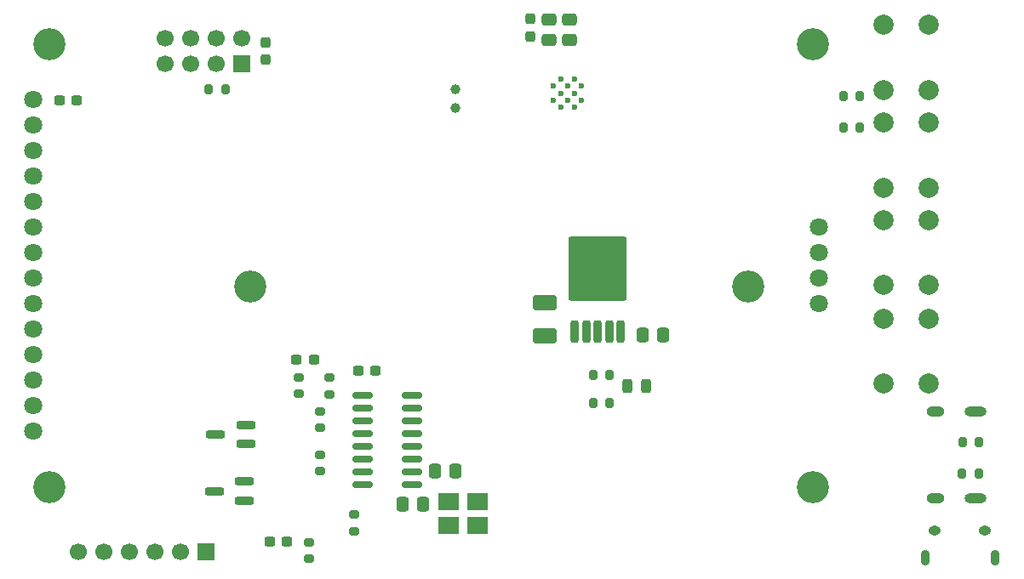
<source format=gbs>
%TF.GenerationSoftware,KiCad,Pcbnew,9.0.1*%
%TF.CreationDate,2025-12-02T19:06:14+01:00*%
%TF.ProjectId,stacja_pogody_modu__wew,73746163-6a61-45f7-906f-676f64795f6d,rev?*%
%TF.SameCoordinates,Original*%
%TF.FileFunction,Soldermask,Bot*%
%TF.FilePolarity,Negative*%
%FSLAX46Y46*%
G04 Gerber Fmt 4.6, Leading zero omitted, Abs format (unit mm)*
G04 Created by KiCad (PCBNEW 9.0.1) date 2025-12-02 19:06:14*
%MOMM*%
%LPD*%
G01*
G04 APERTURE LIST*
G04 Aperture macros list*
%AMRoundRect*
0 Rectangle with rounded corners*
0 $1 Rounding radius*
0 $2 $3 $4 $5 $6 $7 $8 $9 X,Y pos of 4 corners*
0 Add a 4 corners polygon primitive as box body*
4,1,4,$2,$3,$4,$5,$6,$7,$8,$9,$2,$3,0*
0 Add four circle primitives for the rounded corners*
1,1,$1+$1,$2,$3*
1,1,$1+$1,$4,$5*
1,1,$1+$1,$6,$7*
1,1,$1+$1,$8,$9*
0 Add four rect primitives between the rounded corners*
20,1,$1+$1,$2,$3,$4,$5,0*
20,1,$1+$1,$4,$5,$6,$7,0*
20,1,$1+$1,$6,$7,$8,$9,0*
20,1,$1+$1,$8,$9,$2,$3,0*%
G04 Aperture macros list end*
%ADD10O,1.800000X1.000000*%
%ADD11O,2.200000X1.000000*%
%ADD12C,3.200000*%
%ADD13C,1.800000*%
%ADD14R,1.700000X1.700000*%
%ADD15C,1.700000*%
%ADD16C,2.000000*%
%ADD17C,1.000000*%
%ADD18C,0.600000*%
%ADD19O,0.890000X1.550000*%
%ADD20O,1.250000X0.950000*%
%ADD21RoundRect,0.200000X0.200000X0.275000X-0.200000X0.275000X-0.200000X-0.275000X0.200000X-0.275000X0*%
%ADD22RoundRect,0.200000X0.275000X-0.200000X0.275000X0.200000X-0.275000X0.200000X-0.275000X-0.200000X0*%
%ADD23RoundRect,0.200000X0.750000X0.200000X-0.750000X0.200000X-0.750000X-0.200000X0.750000X-0.200000X0*%
%ADD24RoundRect,0.250000X0.337500X0.475000X-0.337500X0.475000X-0.337500X-0.475000X0.337500X-0.475000X0*%
%ADD25RoundRect,0.250000X-0.475000X0.337500X-0.475000X-0.337500X0.475000X-0.337500X0.475000X0.337500X0*%
%ADD26RoundRect,0.237500X0.300000X0.237500X-0.300000X0.237500X-0.300000X-0.237500X0.300000X-0.237500X0*%
%ADD27RoundRect,0.237500X-0.300000X-0.237500X0.300000X-0.237500X0.300000X0.237500X-0.300000X0.237500X0*%
%ADD28RoundRect,0.237500X0.237500X-0.300000X0.237500X0.300000X-0.237500X0.300000X-0.237500X-0.300000X0*%
%ADD29RoundRect,0.200000X-0.200000X-0.275000X0.200000X-0.275000X0.200000X0.275000X-0.200000X0.275000X0*%
%ADD30RoundRect,0.237500X-0.237500X0.300000X-0.237500X-0.300000X0.237500X-0.300000X0.237500X0.300000X0*%
%ADD31RoundRect,0.200000X-0.275000X0.200000X-0.275000X-0.200000X0.275000X-0.200000X0.275000X0.200000X0*%
%ADD32RoundRect,0.250000X-0.337500X-0.475000X0.337500X-0.475000X0.337500X0.475000X-0.337500X0.475000X0*%
%ADD33RoundRect,0.200000X0.200000X-0.900000X0.200000X0.900000X-0.200000X0.900000X-0.200000X-0.900000X0*%
%ADD34RoundRect,0.249997X2.650003X-2.950003X2.650003X2.950003X-2.650003X2.950003X-2.650003X-2.950003X0*%
%ADD35RoundRect,0.250001X0.944999X-0.507499X0.944999X0.507499X-0.944999X0.507499X-0.944999X-0.507499X0*%
%ADD36RoundRect,0.243750X0.243750X0.456250X-0.243750X0.456250X-0.243750X-0.456250X0.243750X-0.456250X0*%
%ADD37R,2.100000X1.800000*%
%ADD38RoundRect,0.150000X0.825000X0.150000X-0.825000X0.150000X-0.825000X-0.150000X0.825000X-0.150000X0*%
G04 APERTURE END LIST*
D10*
%TO.C,J3*%
X193175000Y-108080000D03*
D11*
X197155000Y-108080000D03*
D10*
X193175000Y-99440000D03*
D11*
X197155000Y-99440000D03*
%TD*%
D12*
%TO.C,H2*%
X174500000Y-87000000D03*
%TD*%
%TO.C,U3*%
X180918400Y-106995026D03*
X180918044Y-62894849D03*
X105024743Y-62907515D03*
X105018400Y-106995026D03*
D13*
X103419672Y-68399569D03*
X103419672Y-70939569D03*
X103419672Y-73479569D03*
X103419672Y-76019569D03*
X103419672Y-78559569D03*
X103419672Y-81099569D03*
X103419672Y-83639569D03*
X103419672Y-86179569D03*
X103419672Y-88719569D03*
X103419672Y-91259569D03*
X103419672Y-93799569D03*
X103419672Y-96339569D03*
X103419672Y-98879569D03*
X103419672Y-101419569D03*
X181518044Y-81099849D03*
X181518044Y-83639849D03*
X181518044Y-86179849D03*
X181518044Y-88719849D03*
%TD*%
D14*
%TO.C,J2*%
X120620000Y-113440000D03*
D15*
X118080000Y-113440000D03*
X115540000Y-113440000D03*
X113000000Y-113440000D03*
X110460000Y-113440000D03*
X107920000Y-113440000D03*
%TD*%
D16*
%TO.C,SW4*%
X192440000Y-90190000D03*
X192440000Y-96690000D03*
X187940000Y-90190000D03*
X187940000Y-96690000D03*
%TD*%
D17*
%TO.C,Y2*%
X145360000Y-67370000D03*
X145360000Y-69270000D03*
%TD*%
D16*
%TO.C,SW3*%
X192480000Y-80370000D03*
X192480000Y-86870000D03*
X187980000Y-80370000D03*
X187980000Y-86870000D03*
%TD*%
%TO.C,SW2*%
X187990000Y-67460000D03*
X187990000Y-60960000D03*
X192490000Y-67460000D03*
X192490000Y-60960000D03*
%TD*%
D12*
%TO.C,H1*%
X125000000Y-87000000D03*
%TD*%
D18*
%TO.C,U2*%
X155160000Y-67070000D03*
X155160000Y-68470000D03*
X155860000Y-66370000D03*
X155860000Y-67770000D03*
X155860000Y-69170000D03*
X156560000Y-67070000D03*
X156560000Y-68470000D03*
X157260000Y-66370000D03*
X157260000Y-67770000D03*
X157260000Y-69170000D03*
X157960000Y-67070000D03*
X157960000Y-68470000D03*
%TD*%
D19*
%TO.C,J1*%
X192090000Y-113990000D03*
D20*
X193090000Y-111290000D03*
X198090000Y-111290000D03*
D19*
X199090000Y-113990000D03*
%TD*%
D16*
%TO.C,SW1*%
X187990000Y-77180000D03*
X187990000Y-70680000D03*
X192490000Y-77180000D03*
X192490000Y-70680000D03*
%TD*%
D21*
%TO.C,R5*%
X197455000Y-105670000D03*
X195805000Y-105670000D03*
%TD*%
%TO.C,R2*%
X185625000Y-71140000D03*
X183975000Y-71140000D03*
%TD*%
D22*
%TO.C,R9*%
X131940000Y-101095000D03*
X131940000Y-99445000D03*
%TD*%
%TO.C,R8*%
X131910000Y-105405000D03*
X131910000Y-103755000D03*
%TD*%
D23*
%TO.C,Q1*%
X124430000Y-106440000D03*
X124430000Y-108340000D03*
X121430000Y-107390000D03*
%TD*%
D21*
%TO.C,R18*%
X122495000Y-67390000D03*
X120845000Y-67390000D03*
%TD*%
D24*
%TO.C,C9*%
X142197500Y-108690000D03*
X140122500Y-108690000D03*
%TD*%
D25*
%TO.C,C5*%
X156700000Y-60402500D03*
X156700000Y-62477500D03*
%TD*%
D26*
%TO.C,C13*%
X131302500Y-94310000D03*
X129577500Y-94310000D03*
%TD*%
%TO.C,C7*%
X107712500Y-68510000D03*
X105987500Y-68510000D03*
%TD*%
D27*
%TO.C,C11*%
X135747500Y-95410000D03*
X137472500Y-95410000D03*
%TD*%
D14*
%TO.C,U5*%
X124170000Y-64840000D03*
D15*
X124170000Y-62300000D03*
X121630000Y-64840000D03*
X121630000Y-62300000D03*
X119090000Y-64840000D03*
X119090000Y-62300000D03*
X116550000Y-64840000D03*
X116550000Y-62300000D03*
%TD*%
D28*
%TO.C,C6*%
X126550000Y-64430000D03*
X126550000Y-62705000D03*
%TD*%
D29*
%TO.C,R7*%
X159065000Y-95860000D03*
X160715000Y-95860000D03*
%TD*%
D30*
%TO.C,C2*%
X152840000Y-60357500D03*
X152840000Y-62082500D03*
%TD*%
D31*
%TO.C,R12*%
X129830000Y-96050000D03*
X129830000Y-97700000D03*
%TD*%
D22*
%TO.C,R10*%
X132820000Y-97765000D03*
X132820000Y-96115000D03*
%TD*%
%TO.C,R11*%
X135340000Y-111375000D03*
X135340000Y-109725000D03*
%TD*%
D23*
%TO.C,Q2*%
X124520000Y-100790000D03*
X124520000Y-102690000D03*
X121520000Y-101740000D03*
%TD*%
D21*
%TO.C,R4*%
X185635000Y-68070000D03*
X183985000Y-68070000D03*
%TD*%
D24*
%TO.C,C10*%
X166057500Y-91870000D03*
X163982500Y-91870000D03*
%TD*%
D29*
%TO.C,R15*%
X159085000Y-98640000D03*
X160735000Y-98640000D03*
%TD*%
D32*
%TO.C,C8*%
X143342500Y-105420000D03*
X145417500Y-105420000D03*
%TD*%
D33*
%TO.C,U7*%
X161835000Y-91505000D03*
X160695000Y-91505000D03*
X159555000Y-91505000D03*
D34*
X159555000Y-85205000D03*
D33*
X158415000Y-91505000D03*
X157275000Y-91505000D03*
%TD*%
D21*
%TO.C,R6*%
X197500000Y-102480000D03*
X195850000Y-102480000D03*
%TD*%
D31*
%TO.C,R14*%
X130800000Y-112495000D03*
X130800000Y-114145000D03*
%TD*%
D35*
%TO.C,C12*%
X154270000Y-91885000D03*
X154270000Y-88630000D03*
%TD*%
D36*
%TO.C,D2*%
X164387500Y-96930000D03*
X162512500Y-96930000D03*
%TD*%
D25*
%TO.C,C4*%
X154670000Y-60402500D03*
X154670000Y-62477500D03*
%TD*%
D37*
%TO.C,Y1*%
X144680000Y-108470000D03*
X147580000Y-108470000D03*
X147580000Y-110770000D03*
X144680000Y-110770000D03*
%TD*%
D38*
%TO.C,U6*%
X141090000Y-97830000D03*
X141090000Y-99100000D03*
X141090000Y-100370000D03*
X141090000Y-101640000D03*
X141090000Y-102910000D03*
X141090000Y-104180000D03*
X141090000Y-105450000D03*
X141090000Y-106720000D03*
X136140000Y-106720000D03*
X136140000Y-105450000D03*
X136140000Y-104180000D03*
X136140000Y-102910000D03*
X136140000Y-101640000D03*
X136140000Y-100370000D03*
X136140000Y-99100000D03*
X136140000Y-97830000D03*
%TD*%
D26*
%TO.C,C14*%
X128662500Y-112420000D03*
X126937500Y-112420000D03*
%TD*%
M02*

</source>
